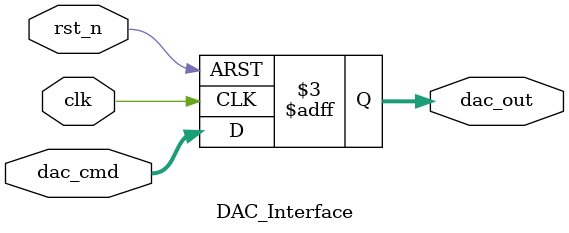
<source format=v>
module DAC_Interface(
    input  wire        clk,
    input  wire        rst_n,
    input  wire [15:0] dac_cmd,
    output reg  [15:0] dac_out
);

always @(posedge clk or negedge rst_n) begin
    if (!rst_n) begin
        dac_out <= 16'h0000;
    end else begin
        dac_out <= dac_cmd;  // 直接输出DAC命令
    end
end

endmodule
</source>
